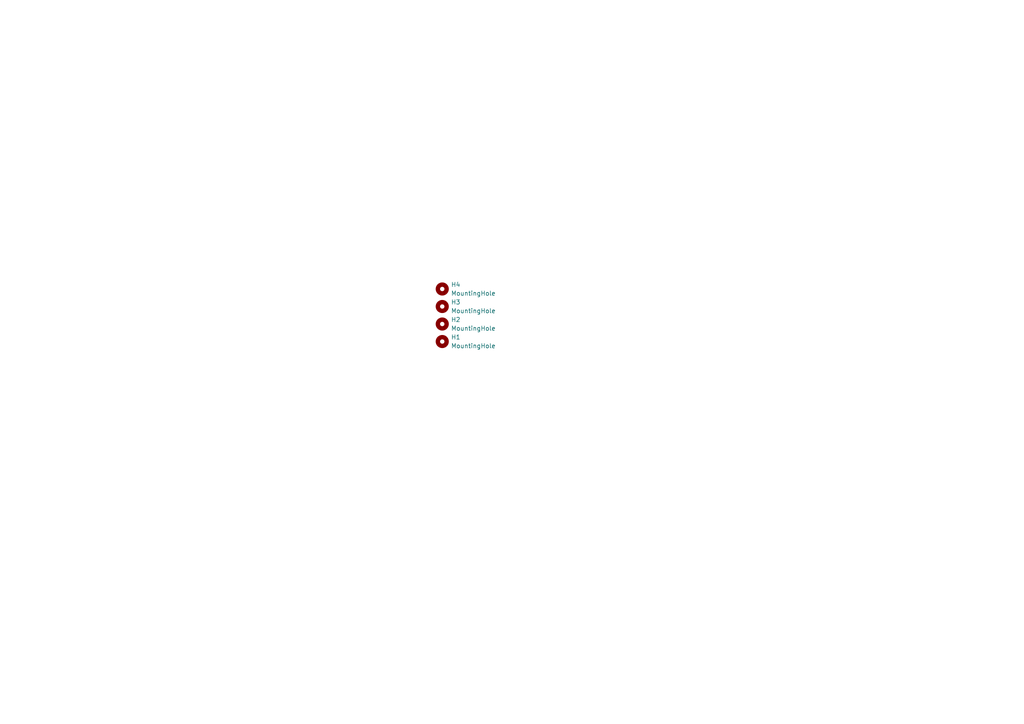
<source format=kicad_sch>
(kicad_sch (version 20231120) (generator "eeschema") (generator_version "8.0")
  (paper "A4")
  (lib_symbols
    (symbol "Mechanical:MountingHole" (pin_names (offset 1.016)) (exclude_from_sim yes) (in_bom no)
      (property "Reference" "H" (at 0 5.08 0))
      (property "Value" "MountingHole" (at 0 3.175 0))
      (symbol "MountingHole_0_1"
        (circle (center 0 0) (radius 1.27) (stroke (width 1.27)))
      )
    )
  )
  (symbol (lib_id "Mechanical:MountingHole") (at 128.27 93.98 0) (unit 1) (exclude_from_sim yes) (in_bom no)
    (property "Reference" "H2" (at 130.81 92.7099 0) (effects (justify left)))
    (property "Value" "MountingHole" (at 130.81 95.2499 0) (effects (justify left)))
    (property "Footprint" "MountingHole:MountingHole_3.2mm_M3_Pad" (effects (hide yes)))
    (property "Description" "Mounting Hole without connection" (effects (hide yes)))
  )
  (symbol (lib_id "Mechanical:MountingHole") (at 128.27 83.82 0) (unit 1) (exclude_from_sim yes) (in_bom no)
    (property "Reference" "H4" (at 130.81 82.5499 0) (effects (justify left)))
    (property "Value" "MountingHole" (at 130.81 85.0899 0) (effects (justify left)))
    (property "Footprint" "MountingHole:MountingHole_3.2mm_M3_Pad" (effects (hide yes)))
    (property "Description" "Mounting Hole without connection" (effects (hide yes)))
  )
  (symbol (lib_id "Mechanical:MountingHole") (at 128.27 88.9 0) (unit 1) (exclude_from_sim yes) (in_bom no)
    (property "Reference" "H3" (at 130.81 87.6299 0) (effects (justify left)))
    (property "Value" "MountingHole" (at 130.81 90.1699 0) (effects (justify left)))
    (property "Footprint" "MountingHole:MountingHole_3.2mm_M3_Pad" (effects (hide yes)))
    (property "Description" "Mounting Hole without connection" (effects (hide yes)))
  )
  (symbol (lib_id "Mechanical:MountingHole") (at 128.27 99.06 0) (unit 1) (exclude_from_sim yes) (in_bom no)
    (property "Reference" "H1" (at 130.81 97.7899 0) (effects (justify left)))
    (property "Value" "MountingHole" (at 130.81 100.3299 0) (effects (justify left)))
    (property "Footprint" "MountingHole:MountingHole_3.2mm_M3_Pad" (effects (hide yes)))
    (property "Description" "Mounting Hole without connection" (effects (hide yes)))
  )
)
</source>
